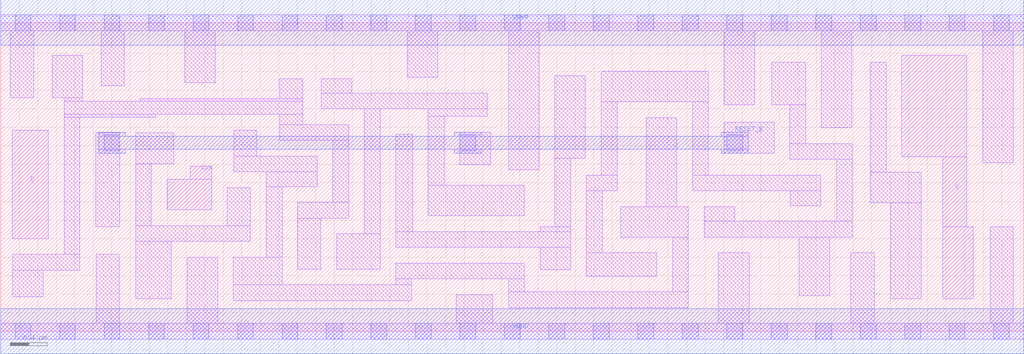
<source format=lef>
# Copyright 2020 The SkyWater PDK Authors
#
# Licensed under the Apache License, Version 2.0 (the "License");
# you may not use this file except in compliance with the License.
# You may obtain a copy of the License at
#
#     https://www.apache.org/licenses/LICENSE-2.0
#
# Unless required by applicable law or agreed to in writing, software
# distributed under the License is distributed on an "AS IS" BASIS,
# WITHOUT WARRANTIES OR CONDITIONS OF ANY KIND, either express or implied.
# See the License for the specific language governing permissions and
# limitations under the License.
#
# SPDX-License-Identifier: Apache-2.0

VERSION 5.7 ;
  NAMESCASESENSITIVE ON ;
  NOWIREEXTENSIONATPIN ON ;
  DIVIDERCHAR "/" ;
  BUSBITCHARS "[]" ;
UNITS
  DATABASE MICRONS 200 ;
END UNITS
MACRO sky130_fd_sc_hs__dfrtp_1
  CLASS CORE ;
  SOURCE USER ;
  FOREIGN sky130_fd_sc_hs__dfrtp_1 ;
  ORIGIN  0.000000  0.000000 ;
  SIZE  11.04000 BY  3.330000 ;
  SYMMETRY X Y R90 ;
  SITE unit ;
  PIN D
    ANTENNAGATEAREA  0.126000 ;
    DIRECTION INPUT ;
    USE SIGNAL ;
    PORT
      LAYER li1 ;
        RECT 0.125000 1.000000 0.515000 2.170000 ;
    END
  END D
  PIN Q
    ANTENNADIFFAREA  0.591700 ;
    DIRECTION OUTPUT ;
    USE SIGNAL ;
    PORT
      LAYER li1 ;
        RECT  9.725000 1.885000 10.425000 2.980000 ;
        RECT 10.165000 0.350000 10.495000 1.130000 ;
        RECT 10.165000 1.130000 10.425000 1.885000 ;
    END
  END Q
  PIN RESET_B
    ANTENNAGATEAREA  0.378000 ;
    DIRECTION INPUT ;
    USE SIGNAL ;
    PORT
      LAYER met1 ;
        RECT 1.055000 1.920000 1.345000 1.965000 ;
        RECT 1.055000 1.965000 8.065000 2.105000 ;
        RECT 1.055000 2.105000 1.345000 2.150000 ;
        RECT 4.895000 1.920000 5.185000 1.965000 ;
        RECT 4.895000 2.105000 5.185000 2.150000 ;
        RECT 7.775000 1.920000 8.065000 1.965000 ;
        RECT 7.775000 2.105000 8.065000 2.150000 ;
    END
  END RESET_B
  PIN CLK
    ANTENNAGATEAREA  0.279000 ;
    DIRECTION INPUT ;
    USE CLOCK ;
    PORT
      LAYER li1 ;
        RECT 1.795000 1.310000 2.275000 1.640000 ;
        RECT 2.045000 1.640000 2.275000 1.780000 ;
    END
  END CLK
  PIN VGND
    DIRECTION INOUT ;
    USE GROUND ;
    PORT
      LAYER met1 ;
        RECT 0.000000 -0.245000 11.040000 0.245000 ;
    END
  END VGND
  PIN VPWR
    DIRECTION INOUT ;
    USE POWER ;
    PORT
      LAYER met1 ;
        RECT 0.000000 3.085000 11.040000 3.575000 ;
    END
  END VPWR
  OBS
    LAYER li1 ;
      RECT  0.000000 -0.085000 11.040000 0.085000 ;
      RECT  0.000000  3.245000 11.040000 3.415000 ;
      RECT  0.105000  2.520000  0.355000 3.245000 ;
      RECT  0.130000  0.370000  0.460000 0.660000 ;
      RECT  0.130000  0.660000  0.855000 0.830000 ;
      RECT  0.555000  2.520000  0.885000 2.980000 ;
      RECT  0.685000  0.830000  0.855000 2.310000 ;
      RECT  0.685000  2.310000  1.675000 2.340000 ;
      RECT  0.685000  2.340000  3.260000 2.480000 ;
      RECT  0.685000  2.480000  0.885000 2.520000 ;
      RECT  1.025000  1.130000  1.285000 2.140000 ;
      RECT  1.030000  0.085000  1.280000 0.830000 ;
      RECT  1.085000  2.650000  1.335000 3.245000 ;
      RECT  1.455000  0.350000  1.840000 0.970000 ;
      RECT  1.455000  0.970000  2.695000 1.140000 ;
      RECT  1.455000  1.140000  1.625000 1.810000 ;
      RECT  1.455000  1.810000  1.865000 2.140000 ;
      RECT  1.505000  2.480000  3.260000 2.510000 ;
      RECT  1.985000  2.680000  2.315000 3.245000 ;
      RECT  2.010000  0.085000  2.340000 0.800000 ;
      RECT  2.445000  1.140000  2.695000 1.550000 ;
      RECT  2.510000  0.330000  4.435000 0.500000 ;
      RECT  2.510000  0.500000  3.035000 0.800000 ;
      RECT  2.515000  1.720000  3.415000 1.890000 ;
      RECT  2.515000  1.890000  2.765000 2.170000 ;
      RECT  2.865000  0.800000  3.035000 1.560000 ;
      RECT  2.865000  1.560000  3.415000 1.720000 ;
      RECT  3.010000  2.060000  3.755000 2.230000 ;
      RECT  3.010000  2.230000  3.260000 2.340000 ;
      RECT  3.010000  2.510000  3.260000 2.725000 ;
      RECT  3.205000  0.670000  3.455000 1.220000 ;
      RECT  3.205000  1.220000  3.755000 1.390000 ;
      RECT  3.460000  2.400000  5.250000 2.570000 ;
      RECT  3.460000  2.570000  3.790000 2.725000 ;
      RECT  3.585000  1.390000  3.755000 2.060000 ;
      RECT  3.625000  0.670000  4.095000 1.050000 ;
      RECT  3.925000  1.050000  4.095000 2.400000 ;
      RECT  4.265000  0.500000  4.435000 0.565000 ;
      RECT  4.265000  0.565000  5.650000 0.735000 ;
      RECT  4.265000  0.905000  6.150000 1.075000 ;
      RECT  4.265000  1.075000  4.445000 2.125000 ;
      RECT  4.385000  2.740000  4.715000 3.245000 ;
      RECT  4.615000  1.245000  5.650000 1.575000 ;
      RECT  4.615000  1.575000  4.785000 2.320000 ;
      RECT  4.615000  2.320000  5.250000 2.400000 ;
      RECT  4.915000  0.085000  5.310000 0.395000 ;
      RECT  4.955000  1.795000  5.285000 2.150000 ;
      RECT  5.480000  0.255000  7.420000 0.425000 ;
      RECT  5.480000  0.425000  5.650000 0.565000 ;
      RECT  5.480000  1.745000  5.810000 3.245000 ;
      RECT  5.820000  0.665000  6.150000 0.905000 ;
      RECT  5.820000  1.075000  6.150000 1.130000 ;
      RECT  5.980000  1.130000  6.150000 1.865000 ;
      RECT  5.980000  1.865000  6.310000 2.755000 ;
      RECT  6.320000  0.595000  7.080000 0.845000 ;
      RECT  6.320000  0.845000  6.490000 1.515000 ;
      RECT  6.320000  1.515000  6.650000 1.685000 ;
      RECT  6.480000  1.685000  6.650000 2.475000 ;
      RECT  6.480000  2.475000  7.635000 2.805000 ;
      RECT  6.690000  1.015000  7.420000 1.345000 ;
      RECT  6.965000  1.345000  7.295000 2.305000 ;
      RECT  7.250000  0.425000  7.420000 1.015000 ;
      RECT  7.465000  1.515000  8.850000 1.685000 ;
      RECT  7.465000  1.685000  7.635000 2.475000 ;
      RECT  7.590000  1.015000  9.190000 1.185000 ;
      RECT  7.590000  1.185000  7.920000 1.345000 ;
      RECT  7.745000  0.085000  8.075000 0.845000 ;
      RECT  7.805000  1.920000  8.345000 2.255000 ;
      RECT  7.805000  2.445000  8.135000 3.245000 ;
      RECT  8.320000  2.445000  8.685000 2.905000 ;
      RECT  8.515000  1.855000  9.190000 2.025000 ;
      RECT  8.515000  2.025000  8.685000 2.445000 ;
      RECT  8.520000  1.355000  8.850000 1.515000 ;
      RECT  8.615000  0.385000  8.945000 1.015000 ;
      RECT  8.855000  2.195000  9.185000 3.245000 ;
      RECT  9.020000  1.185000  9.190000 1.855000 ;
      RECT  9.175000  0.085000  9.425000 0.845000 ;
      RECT  9.385000  1.385000  9.935000 1.715000 ;
      RECT  9.385000  1.715000  9.555000 2.905000 ;
      RECT  9.605000  0.350000  9.935000 1.385000 ;
      RECT 10.595000  1.820000 10.925000 3.245000 ;
      RECT 10.675000  0.085000 10.925000 1.130000 ;
    LAYER mcon ;
      RECT  0.155000 -0.085000  0.325000 0.085000 ;
      RECT  0.155000  3.245000  0.325000 3.415000 ;
      RECT  0.635000 -0.085000  0.805000 0.085000 ;
      RECT  0.635000  3.245000  0.805000 3.415000 ;
      RECT  1.115000 -0.085000  1.285000 0.085000 ;
      RECT  1.115000  1.950000  1.285000 2.120000 ;
      RECT  1.115000  3.245000  1.285000 3.415000 ;
      RECT  1.595000 -0.085000  1.765000 0.085000 ;
      RECT  1.595000  3.245000  1.765000 3.415000 ;
      RECT  2.075000 -0.085000  2.245000 0.085000 ;
      RECT  2.075000  3.245000  2.245000 3.415000 ;
      RECT  2.555000 -0.085000  2.725000 0.085000 ;
      RECT  2.555000  3.245000  2.725000 3.415000 ;
      RECT  3.035000 -0.085000  3.205000 0.085000 ;
      RECT  3.035000  3.245000  3.205000 3.415000 ;
      RECT  3.515000 -0.085000  3.685000 0.085000 ;
      RECT  3.515000  3.245000  3.685000 3.415000 ;
      RECT  3.995000 -0.085000  4.165000 0.085000 ;
      RECT  3.995000  3.245000  4.165000 3.415000 ;
      RECT  4.475000 -0.085000  4.645000 0.085000 ;
      RECT  4.475000  3.245000  4.645000 3.415000 ;
      RECT  4.955000 -0.085000  5.125000 0.085000 ;
      RECT  4.955000  1.950000  5.125000 2.120000 ;
      RECT  4.955000  3.245000  5.125000 3.415000 ;
      RECT  5.435000 -0.085000  5.605000 0.085000 ;
      RECT  5.435000  3.245000  5.605000 3.415000 ;
      RECT  5.915000 -0.085000  6.085000 0.085000 ;
      RECT  5.915000  3.245000  6.085000 3.415000 ;
      RECT  6.395000 -0.085000  6.565000 0.085000 ;
      RECT  6.395000  3.245000  6.565000 3.415000 ;
      RECT  6.875000 -0.085000  7.045000 0.085000 ;
      RECT  6.875000  3.245000  7.045000 3.415000 ;
      RECT  7.355000 -0.085000  7.525000 0.085000 ;
      RECT  7.355000  3.245000  7.525000 3.415000 ;
      RECT  7.835000 -0.085000  8.005000 0.085000 ;
      RECT  7.835000  1.950000  8.005000 2.120000 ;
      RECT  7.835000  3.245000  8.005000 3.415000 ;
      RECT  8.315000 -0.085000  8.485000 0.085000 ;
      RECT  8.315000  3.245000  8.485000 3.415000 ;
      RECT  8.795000 -0.085000  8.965000 0.085000 ;
      RECT  8.795000  3.245000  8.965000 3.415000 ;
      RECT  9.275000 -0.085000  9.445000 0.085000 ;
      RECT  9.275000  3.245000  9.445000 3.415000 ;
      RECT  9.755000 -0.085000  9.925000 0.085000 ;
      RECT  9.755000  3.245000  9.925000 3.415000 ;
      RECT 10.235000 -0.085000 10.405000 0.085000 ;
      RECT 10.235000  3.245000 10.405000 3.415000 ;
      RECT 10.715000 -0.085000 10.885000 0.085000 ;
      RECT 10.715000  3.245000 10.885000 3.415000 ;
  END
END sky130_fd_sc_hs__dfrtp_1
END LIBRARY

</source>
